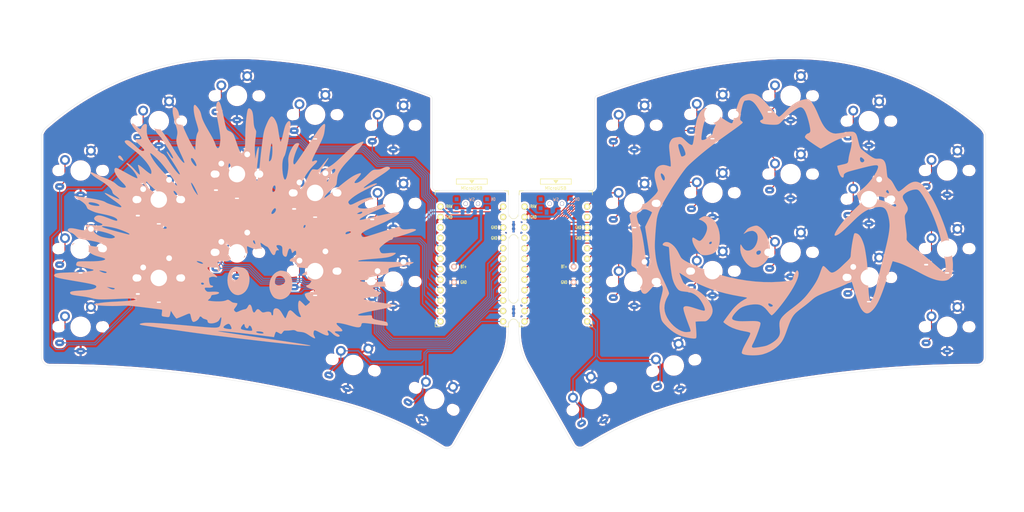
<source format=kicad_pcb>
(kicad_pcb (version 20211014) (generator pcbnew)
  (layers (0 "F.Cu" signal) (31 "B.Cu" signal) (34 "B.Paste" user) (35 "F.Paste" user) (36 "B.SilkS" user "B.Silkscreen") (37 "F.SilkS" user "F.Silkscreen") (38 "B.Mask" user) (39 "F.Mask" user) (44 "Edge.Cuts" user))
  (net 0 "")
  (net 1 "gnd")
  (net 2 "vcc")
  (net 3 "Switch18")
  (net 4 "reset")
  (net 5 "Switch1")
  (net 6 "Switch2")
  (net 7 "Switch3")
  (net 8 "Switch4")
  (net 9 "Switch5")
  (net 10 "Switch6")
  (net 11 "Switch7")
  (net 12 "Switch8")
  (net 13 "Switch9")
  (net 14 "Switch10")
  (net 15 "Switch11")
  (net 16 "Switch12")
  (net 17 "Switch13")
  (net 18 "Switch14")
  (net 19 "Switch15")
  (net 20 "Switch16")
  (net 21 "Switch17")
  (net 22 "raw")
  (net 23 "Switch18_r")
  (net 24 "reset_r")
  (net 25 "Switch9_r")
  (net 26 "Switch10_r")
  (net 27 "Switch11_r")
  (net 28 "Switch12_r")
  (net 29 "Switch13_r")
  (net 30 "Switch14_r")
  (net 31 "Switch15_r")
  (net 32 "Switch16_r")
  (net 33 "Switch17_r")
  (net 34 "Switch1_r")
  (net 35 "Switch2_r")
  (net 36 "Switch3_r")
  (net 37 "Switch4_r")
  (net 38 "Switch5_r")
  (net 39 "Switch6_r")
  (net 40 "Switch7_r")
  (net 41 "Switch8_r")
  (net 42 "BT+")
  (footprint "Kailh:keyswitch_cherrymx_alps_choc12_1u" (layer "F.Cu") (at 45 77)
    (fp_text reference "SW2" hide)
    (fp_text value "SW_Push" hide)
  )
  (footprint "Kailh:keyswitch_cherrymx_alps_choc12_1u" (layer "F.Cu") (at 64 65)
    (fp_text reference "SW3" hide)
    (fp_text value "SW_Push" hide)
  )
  (footprint "Kailh:keyswitch_cherrymx_alps_choc12_1u" (layer "F.Cu") (at 83 58.86)
    (fp_text reference "SW4" hide)
    (fp_text value "SW_Push" hide)
  )
  (footprint "Kailh:keyswitch_cherrymx_alps_choc12_1u" (layer "F.Cu") (at 101.994 63.432)
    (fp_text reference "SW5" hide)
    (fp_text value "SW_Push" hide)
  )
  (footprint "Kailh:keyswitch_cherrymx_alps_choc12_1u" (layer "F.Cu") (at 121 66)
    (fp_text reference "SW6" hide)
    (fp_text value "SW_Push" hide)
  )
  (footprint "Kailh:keyswitch_cherrymx_alps_choc12_1u" (layer "F.Cu") (at 45 96)
    (fp_text reference "SW8" hide)
    (fp_text value "SW_Push" hide)
  )
  (footprint "Kailh:keyswitch_cherrymx_alps_choc12_1u" (layer "F.Cu") (at 64 84.074)
    (fp_text reference "SW9" hide)
    (fp_text value "SW_Push" hide)
  )
  (footprint "Kailh:keyswitch_cherrymx_alps_choc12_1u" (layer "F.Cu") (at 83 77.878)
    (fp_text reference "SW10" hide)
    (fp_text value "SW_Push" hide)
  )
  (footprint "Kailh:keyswitch_cherrymx_alps_choc12_1u" (layer "F.Cu") (at 102 82.45)
    (fp_text reference "SW11" hide)
    (fp_text value "SW_Push" hide)
  )
  (footprint "Kailh:keyswitch_cherrymx_alps_choc12_1u" (layer "F.Cu") (at 120.98 84.99)
    (fp_text reference "SW12" hide)
    (fp_text value "SW_Push" hide)
  )
  (footprint "Kailh:keyswitch_cherrymx_alps_choc12_1u" (layer "F.Cu") (at 45 115)
    (fp_text reference "SW14" hide)
    (fp_text value "SW_Push" hide)
  )
  (footprint "Kailh:keyswitch_cherrymx_alps_choc12_1u" (layer "F.Cu") (at 64.008 103.124)
    (fp_text reference "SW15" hide)
    (fp_text value "SW_Push" hide)
  )
  (footprint "Kailh:keyswitch_cherrymx_alps_choc12_1u" (layer "F.Cu") (at 83 96.896)
    (fp_text reference "SW16" hide)
    (fp_text value "SW_Push" hide)
  )
  (footprint "Kailh:keyswitch_cherrymx_alps_choc12_1u" (layer "F.Cu") (at 102 101.468)
    (fp_text reference "SW17" hide)
    (fp_text value "SW_Push" hide)
  )
  (footprint "Kailh:keyswitch_cherrymx_alps_choc12_1u" (layer "F.Cu") (at 130.95 132.504 -30)
    (fp_text reference "SW20" hide)
    (fp_text value "SW_Push" hide)
  )
  (footprint "Kailh:keyswitch_cherrymx_alps_choc12_1u" (layer "F.Cu") (at 111.272 124.288 -15)
    (fp_text reference "SW21" hide)
    (fp_text value "SW_Push" hide)
  )
  (footprint "Kailh:keyswitch_cherrymx_alps_choc12_1u" (layer "F.Cu") (at 120.98 104.008)
    (fp_text reference "SW18" hide)
    (fp_text value "SW_Push" hide)
  )
  (footprint "kbd:ProMicro_v3_min" (layer "F.Cu") (at 140.094 100.246)
    (fp_text reference "U1" hide)
    (fp_text value "ProMicro-kbd" hide)
  )
  (footprint "Kailh:keyswitch_cherrymx_alps_choc12_1u" (layer "F.Cu") (at 198.58584 82.418)
    (fp_text reference "SW11_r1" hide)
    (fp_text value "SW_Push" hide)
  )
  (footprint "Kailh:keyswitch_cherrymx_alps_choc12_1u" (layer "F.Cu") (at 255.63184 115)
    (fp_text reference "SW13_r1" hide)
    (fp_text value "SW_Push" hide)
  )
  (footprint "Kailh:keyswitch_cherrymx_alps_choc12_1u" (layer "F.Cu") (at 217.58784 96.896)
    (fp_text reference "SW15_r1" hide)
    (fp_text value "SW_Push" hide)
  )
  (footprint "Kailh:keyswitch_cherrymx_alps_choc12_1u" (layer "F.Cu") (at 198.58584 101.468)
    (fp_text reference "SW16_r1" hide)
    (fp_text value "SW_Push" hide)
  )
  (footprint "Kailh:keyswitch_cherrymx_alps_choc12_1u" (layer "F.Cu") (at 198.58584 63.368)
    (fp_text reference "SW5_r1" hide)
    (fp_text value "SW_Push" hide)
  )
  (footprint "Kailh:keyswitch_cherrymx_alps_choc12_1u" (layer "F.Cu") (at 236.61384 65)
    (fp_text reference "SW3_r1" hide)
    (fp_text value "SW_Push" hide)
  )
  (footprint "Kailh:keyswitch_cherrymx_alps_choc12_1u" (layer "F.Cu") (at 217.58784 58.86)
    (fp_text reference "SW4_r1" hide)
    (fp_text value "SW_Push" hide)
  )
  (footprint "Kailh:keyswitch_cherrymx_alps_choc12_1u" (layer "F.Cu") (at 236.61384 83.974)
    (fp_text reference "SW8_r1" hide)
    (fp_text value "SW_Push" hide)
  )
  (footprint "Kailh:keyswitch_cherrymx_alps_choc12_1u" (layer "F.Cu") (at 217.58784 77.878)
    (fp_text reference "SW9_r1" hide)
    (fp_text value "SW_Push" hide)
  )
  (footprint "Kailh:keyswitch_cherrymx_alps_choc12_1u" (layer "F.Cu") (at 236.61384 102.992)
    (fp_text reference "SW18_r1" hide)
    (fp_text value "SW_Push" hide)
  )
  (footprint "Kailh:keyswitch_cherrymx_alps_choc12_1u" (layer "F.Cu") (at 179.58584 84.99)
    (fp_text reference "SW12_r1" hide)
    (fp_text value "SW_Push" hide)
  )
  (footprint "Kailh:keyswitch_cherrymx_alps_choc12_1u" (layer "F.Cu") (at 255.63184 96)
    (fp_text reference "SW7_r1" hide)
    (fp_text value "SW_Push" hide)
  )
  (footprint "Kailh:keyswitch_cherrymx_alps_choc12_1u" (layer "F.Cu") (at 255.63184 77)
    (fp_text reference "SW2_r1" hide)
    (fp_text value "SW_Push" hide)
  )
  (footprint "Kailh:keyswitch_cherrymx_alps_choc12_1u" (layer "F.Cu") (at 179.58584 66)
    (fp_text reference "SW6_r1" hide)
    (fp_text value "SW_Push" hide)
  )
  (footprint "Kailh:keyswitch_cherrymx_alps_choc12_1u" (layer "F.Cu") (at 169.251 132.542 30)
    (fp_text reference "SW20_r1" hide)
    (fp_text value "SW_Push" hide)
  )
  (footprint "Kailh:keyswitch_cherrymx_alps_choc12_1u" (layer "F.Cu") (at 179.58584 104.008)
    (fp_text reference "SW17_r1" hide)
    (fp_text value "SW_Push" hide)
  )
  (footprint "Kailh:keyswitch_cherrymx_alps_choc12_1u" (layer "F.Cu") (at 189.17984 124.41 15)
    (fp_text reference "SW21_r1" hide)
    (fp_text value "SW_Push" hide)
  )
  (footprint "kbd:ProMicro_v3_min" (layer "F.Cu") (at 160.51784 100.246)
    (fp_text reference "U2" hide)
    (fp_text value "ProMicro-kbd" hide)
  )
  (footprint "Duckyb-Parts:mouse-bite-5mm-slot-with-space-for-track" (layer "F.Cu") (at 150.241 90.678)
    (fp_text reference "mouse-bite-5mm-slot" hide)
    (fp_text value "VAL**" hide)
  )
  (footprint "Duckyb-Parts:mouse-bite-5mm-slot-with-space-for-track" (layer "F.Cu") (at 150.241 111.1885)
    (fp_text reference "mouse-bite-5mm-slot" hide)
    (fp_text value "VAL**" hide)
  )
  (footprint "kbd:1pin_conn" (layer "F.Cu") (at 135.79 100.376)
    (fp_text reference " " hide)
    (fp_text value "Val**" hide)
  )
  (footprint "kbd:1pin_conn" (layer "F.Cu") (at 164.84 104.18)
    (fp_text reference " ")
    (fp_text value "Val**" hide)
  )
  (footprint "kbd:1pin_conn" (layer "F.Cu") (at 164.84 100.376)
    (fp_text reference " ")
    (fp_text value "Val**" hide)
  )
  (footprint "kbd:1pin_conn" (layer "F.Cu") (at 135.79 104.18)
    (fp_text reference " ")
    (fp_text value "Val**" hide)
  )
  (footprint "silkscreens:unsafe_rust" (layer "B.Cu") (at 85.12 91.95 172)
    (fp_text reference "G***" hide)
    (fp_text value "LOGO" hide)
  )
  (footprint "Kailh:SPDT_C128955" (layer "B.Cu") (at 140.094 85.0725 180)
    (fp_text reference "SW")
    (fp_text value "SW_SPDT")
  )
  (footprint "silkscreens:safe_rust" (layer "B.Cu") (at 214.327152 84.867888 -171)
    (fp_text reference "G***" hide)
    (fp_text value "LOGO" hide)
  )
  (footprint "Kailh:SPDT_C128955" (layer "B.Cu") (at 160.51784 85.0725 180)
    (fp_text reference "SW")
    (fp_text value "SW_SPDT")
  )
  (gr_arc (start 148.162 81.866) (mid 148.69233 82.08567) (end 148.912 82.616) (layer "Edge.Cuts") (width 0.05))
  (gr_line (start 148.912 93.218) (end 148.912 101.262) (layer "Edge.Cuts") (width 0.05))
  (gr_line (start 131.458 81.868917) (end 148.162 81.866) (layer "Edge.Cuts") (width 0.05))
  (gr_line (start 147.161679 123.613657) (end 135.71 143.699265) (layer "Edge.Cuts") (width 0.05))
  (gr_arc (start 148.924 116.248) (mid 148.462831 120.031316) (end 147.161679 123.613657) (layer "Edge.Cuts") (width 0.05))
  (gr_line (start 148.912 82.616) (end 148.924 88.11) (layer "Edge.Cuts") (width 0.05))
  (gr_line (start 149.2885 88.11) (end 148.924 88.11) (layer "Edge.Cuts") (width 0.05))
  (gr_line (start 149.2885 93.218) (end 148.912 93.218) (layer "Edge.Cuts") (width 0.05))
  (gr_line (start 149.2885 108.628) (end 148.924 108.628) (layer "Edge.Cuts") (width 0.05))
  (gr_line (start 149.2885 113.7285) (end 148.912 113.7285) (layer "Edge.Cuts") (width 0.05))
  (gr_line (start 148.912 101.262) (end 148.924 108.628) (layer "Edge.Cuts") (width 0.05))
  (gr_line (start 148.912 113.7285) (end 148.924 116.248) (layer "Edge.Cuts") (width 0.05))
  (gr_arc (start 131.458 81.868917) (mid 130.750893 81.576024) (end 130.458 80.868917) (layer "Edge.Cuts") (width 0.05))
  (gr_line (start 130.458 80.868917) (end 130.463 59.473) (layer "Edge.Cuts") (width 0.05))
  (gr_arc (start 35.465859 68.23732) (mid 36.022742 67.119147) (end 36.893 66.223) (layer "Edge.Cuts") (width 0.05))
  (gr_arc (start 85.843227 49.463504) (mid 108.303644 52.385453) (end 130.028245 58.79247) (layer "Edge.Cuts") (width 0.05))
  (gr_line (start 37.768 124.474571) (end 37.493002 124.473917) (layer "Edge.Cuts") (width 0.05))
  (gr_arc (start 107.797707 133.384137) (mid 120.821222 137.841207) (end 132.978 144.298) (layer "Edge.Cuts") (width 0.05))
  (gr_arc (start 37.768 124.474571) (mid 73.062993 126.727903) (end 107.798171 133.38233) (layer "Edge.Cuts") (width 0.05))
  (gr_arc (start 37.493002 124.473917) (mid 36.080534 123.924716) (end 35.458001 122.542999) (layer "Edge.Cuts") (width 0.05))
  (gr_arc (start 135.71 143.699265) (mid 134.468995 144.56898) (end 132.978 144.298) (layer "Edge.Cuts") (width 0.05))
  (gr_arc (start 130.028245 58.79247) (mid 130.345034 59.069226) (end 130.463 59.473) (layer "Edge.Cuts") (width 0.05))
  (gr_line (start 35.465859 68.23732) (end 35.458001 122.542999) (layer "Edge.Cuts") (width 0.05))
  (gr_line (start 85.843124 49.465561) (end 81.868 49.468) (layer "Edge.Cuts") (width 0.05))
  (gr_arc (start 36.894611 66.224861) (mid 57.871135 53.793316) (end 81.868 49.468) (layer "Edge.Cuts") (width 0.05))
  (gr_line (start 168.99984 81.868917) (end 152.29584 81.866) (layer "Edge.Cuts") (width 0.05))
  (gr_line (start 151.54584 113.7285) (end 151.53384 116.248) (layer "Edge.Cuts") (width 0.05))
  (gr_line (start 153.280536 123.57215) (end 164.74784 143.699265) (layer "Edge.Cuts") (width 0.05))
  (gr_line (start 264.991981 68.23732) (end 264.999839 122.542999) (layer "Edge.Cuts") (width 0.05))
  (gr_line (start 214.614716 49.465561) (end 218.58984 49.468) (layer "Edge.Cuts") (width 0.05))
  (gr_line (start 151.54584 101.262) (end 151.53384 108.628) (layer "Edge.Cuts") (width 0.05))
  (gr_arc (start 151.54584 82.616) (mid 151.76551 82.08567) (end 152.29584 81.866) (layer "Edge.Cuts") (width 0.05))
  (gr_line (start 151.54584 93.218) (end 151.54584 101.262) (layer "Edge.Cuts") (width 0.05))
  (gr_arc (start 167.47984 144.298) (mid 179.636618 137.841207) (end 192.660133 133.384137) (layer "Edge.Cuts") (width 0.05))
  (gr_arc (start 218.58984 49.468) (mid 242.586705 53.793316) (end 263.563229 66.224861) (layer "Edge.Cuts") (width 0.05))
  (gr_arc (start 192.659669 133.38233) (mid 227.394847 126.727903) (end 262.68984 124.474571) (layer "Edge.Cuts") (width 0.05))
  (gr_arc (start 167.47984 144.298) (mid 165.988845 144.56898) (end 164.74784 143.699265) (layer "Edge.Cuts") (width 0.05))
  (gr_arc (start 153.280536 123.57215) (mid 151.990927 120.009347) (end 151.53384 116.248) (layer "Edge.Cuts") (width 0.05))
  (gr_line (start 151.54584 82.616) (end 151.53384 88.11) (layer "Edge.Cuts") (width 0.05))
  (gr_arc (start 169.99984 80.868917) (mid 169.706947 81.576024) (end 168.99984 81.868917) (layer "Edge.Cuts") (width 0.05))
  (gr_line (start 169.99984 80.868917) (end 169.99484 59.473) (layer "Edge.Cuts") (width 0.05))
  (gr_arc (start 263.56484 66.223) (mid 264.435099 67.119147) (end 264.991981 68.23732) (layer "Edge.Cuts") (width 0.05))
  (gr_arc (start 170.429595 58.79247) (mid 192.154196 52.385453) (end 214.614613 49.463504) (layer "Edge.Cuts") (width 0.05))
  (gr_line (start 262.68984 124.474571) (end 262.964838 124.473917) (layer "Edge.Cuts") (width 0.05))
  (gr_arc (start 264.999839 122.542999) (mid 264.377307 123.924716) (end 262.964838 124.473917) (layer "Edge.Cuts") (width 0.05))
  (gr_arc (start 169.99484 59.473) (mid 170.112806 59.069226) (end 170.429595 58.79247) (layer "Edge.Cuts") (width 0.05))
  (gr_line (start 151.53384 88.11) (end 151.1935 88.11) (layer "Edge.Cuts") (width 0.05))
  (gr_arc (start 151.193499 108.628) (mid 150.241 109.285937) (end 149.288501 108.627999) (layer "Edge.Cuts") (width 0.05))
  (gr_line (start 151.54584 113.7285) (end 151.1935 113.7285) (layer "Edge.Cuts") (width 0.05))
  (gr_line (start 151.54584 93.218) (end 151.1935 93.218) (layer "Edge.Cuts") (width 0.05))
  (gr_arc (start 149.288501 113.7285) (mid 150.241 113.083627) (end 151.193499 113.728501) (layer "Edge.Cuts") (width 0.05))
  (gr_arc (start 149.288501 93.218) (mid 150.241 92.573127) (end 151.193499 93.218001) (layer "Edge.Cuts") (width 0.05))
  (gr_arc (start 151.193499 88.11) (mid 150.241 88.772807) (end 149.288501 88.109999) (layer "Edge.Cuts") (width 0.05))
  (gr_line (start 151.53384 108.628) (end 151.1935 108.628) (layer "Edge.Cuts") (width 0.05))
  (gr_text "ON" (at 165.75 84) (layer "B.SilkS") (effects (font (size 0.75 0.5) (thickness 0.125)) (justify mirror)))
  (gr_text "ON" (at 145.3 84) (layer "B.SilkS") (effects (font (size 0.75 0.5) (thickness 0.125)) (justify mirror)))
  (gr_text "GND" (at 162.53 104.18) (layer "F.SilkS") (effects (font (size 0.75 0.5) (thickness 0.125))))
  (gr_text "BT+" (at 138.1 100.376) (layer "F.SilkS") (effects (font (size 0.75 0.5) (thickness 0.125))))
  (gr_text "GND" (at 138.1 104.18) (layer "F.SilkS") (effects (font (size 0.75 0.5) (thickness 0.125))))
  (gr_text "BT+" (at 162.53 100.376) (layer "F.SilkS") (effects (font (size 0.75 0.5) (thickness 0.125))))
  (segment (start 41.2 74.45) (end 41.2 79.6) (width 0.25) (layer "F.Cu") (net 5))
  (segment (start 41.2 79.6) (end 39.9 80.9) (width 0.25) (layer "F.Cu") (net 5))
  (segment (start 38.01 93.323604) (end 39.9 91.433604) (width 0.25) (layer "B.Cu") (net 5))
  (segment (start 58.30299 108.53) (end 57.93299 108.9) (width 0.25) (layer "B.Cu") (net 5))
  (segment (start 88.813602 104.59) (end 85.469602 101.246) (width 0.25) (layer "B.Cu") (net 5))
  (segment (start 116.15 109.1) (end 115.03 109.1) (width 0.25) (layer "B.Cu") (net 5))
  (segment (start 59.72 108.53) (end 58.30299 108.53) (width 0.25) (layer "B.Cu") (net 5))
  (segment (start 57.59 109.24) (end 57.59 110.359398) (width 0.25) (layer "B.Cu") (net 5))
  (segment (start 116.40501 116.533406) (end 116.40501 109.35501) (width 0.25) (layer "B.Cu") (net 5))
  (segment (start 38.01 119.49) (end 38.01 93.323604) (width 0.25) (layer "B.Cu") (net 5))
  (segment (start 39.03 120.51) (end 38.01 119.49) (width 0.25) (layer "B.Cu") (net 5))
  (segment (start 71.342792 105.59) (end 68.732792 105.59) (width 0.25) (layer "B.Cu") (net 5))
  (segment (start 66.848792 107.474) (end 60.776 107.474) (width 0.25) (layer "B.Cu") (net 5))
  (segment (start 98.588 106.56) (end 95.86 106.56) (width 0.25) (layer "B.Cu") (net 5))
  (segment (start 115.03 109.1) (end 111.748 105.818) (width 0.25) (layer "B.Cu") (net 5))
  (segment (start 147.7054 108.628) (end 146.144792 108.628) (width 0.25) (layer "B.Cu") (net 5))
  (segment (start 119.955604 120.084) (end 116.40501 116.533406) (width 0.25) (layer "B.Cu") (net 5))
  (segment (start 41.94 119.35) (end 40.78 120.51) (width 0.25) (layer "B.Cu") (net 5))
  (segment (start 146.144792 108.628) (end 134.688792 120.084) (width 0.25) (layer "B.Cu") (net 5))
  (segment (start 116.40501 109.35501) (end 116.15 109.1) (width 0.25) (layer "B.Cu") (net 5))
  (segment (start 79.14501 101.99) (end 74.942792 101.99) (width 0.25) (layer "B.Cu") (net 5))
  (segment (start 134.688792 120.084) (end 119.955604 120.084) (width 0.25) (layer "B.Cu") (net 5))
  (segment (start 57.59 110.359398) (end 48.599398 119.35) (width 0.25) (layer "B.Cu") (net 5))
  (segment (start 48.599398 119.35) (end 41.94 119.35) (width 0.25) (layer "B.Cu") (net 5))
  (segment (start 79.88901 101.246) (end 79.14501 101.99) (width 0.25) (layer "B.Cu") (net 5))
  (segment (start 57.93299 108.9) (end 57.93 108.9) (width 0.25) (layer "B.Cu") (net 5))
  (segment (start 57.93 108.9) (end 57.59 109.24) (width 0.25) (layer "B.Cu") (net 5))
  (segment (start 93.89 104.59) (end 88.813602 104.59) (width 0.25) (layer "B.Cu") (net 5))
  (segment (start 99.33 105.818) (end 98.588 106.56) (width 0.25) (layer "B.Cu") (net 5))
  (segment (start 40.78 120.51) (end 39.03 120.51) (width 0.25) (layer "B.Cu") (net 5))
  (segment (start 95.86 106.56) (end 93.89 104.59) (width 0.25) (layer "B.Cu") (net 5))
  (segment (start 85.469602 101.246) (end 79.88901 101.246) (width 0.25) (layer "B.Cu") (net 5))
  (segment (start 68.732792 105.59) (end 66.848792 107.474) (width 0.25) (layer "B.Cu") (net 5))
  (segment (start 74.942792 101.99) (end 71.342792 105.59) (width 0.25) (layer "B.Cu") (net 5))
  (segment (start 111.748 105.818) (end 99.33 105.818) (width 0.25) (layer "B.Cu") (net 5))
  (segment (start 39.9 91.433604) (end 39.9 80.9) (width 0.25) (layer "B.Cu") (net 5))
  (segment (start 60.776 107.474) (end 59.72 108.53) (width 0.25) (layer "B.Cu") (net 5))
  (segment (start 60.2 62.45) (end 60.2 67.6) (width 0.25) (layer "F.Cu") (net 6))
  (segment (start 60.2 67.6) (end 58.9 68.9) (width 0.25) (layer "F.Cu") (net 6))
  (segment (start 66.912406 70.04601) (end 98.335218 70.04601) (width 0.25) (layer "B.Cu") (net 6))
  (segment (start 129.92 84.615188) (end 129.92 100.9826) (width 0.25) (layer "B.Cu") (net 6))
  (segment (start 100.309236 72.020028) (end 113.673192 72.020028) (width 0.25) (layer "B.Cu") (net 6))
  (segment (start 98.335218 70.04601) (end 100.309236 72.020028) (width 0.25) (layer "B.Cu") (net 6))
  (segment (start 129.92 100.9826) (end 132.4854 103.548) (width 0.25) (layer "B.Cu") (net 6))
  (segment (start 113.6732 72.02002) (end 117.171208 75.518028) (width 0.25) (layer "B.Cu") (net 6))
  (segment (start 58.9 68.9) (end 65.766396 68.9) (width 0.25) (layer "B.Cu") (net 6))
  (segment (start 65.766396 68.9) (end 66.912406 70.04601) (width 0.25) (layer "B.Cu") (net 6))
  (segment (start 113.673192 72.020028) (end 113.6732 72.02002) (width 0.25) (layer "B.Cu") (net 6))
  (segment (start 125.424799 75.518029) (end 128.428972 78.522202) (width 0.25) (layer "B.Cu") (net 6))
  (segment (start 128.428972 78.522202) (end 128.428973 83.124161) (width 0.25) (layer "B.Cu") (net 6))
  (segment (start 117.171208 75.518028) (end 125.424799 75.518029) (width 0.25) (layer "B.Cu") (net 6))
  (segment (start 128.428973 83.124161) (end 129.92 84.615188) (width 0.25) (layer "B.Cu") (net 6))
  (segment (start 79.2 56.31) (end 79.2 61.46) (width 0.25) (layer "F.Cu") (net 7))
  (segment (start 79.2 61.46) (end 77.9 62.76) (width 0.25) (layer "F.Cu") (net 7))
  (segment (start 98.521604 69.596) (end 100.495614 71.57001) (width 0.25) (layer "B.Cu") (net 7))
  (segment (start 100.495614 71.57001) (end 113.8596 71.57001) (width 0.25) (layer "B.Cu") (net 7))
  (segment (start 77.9 62.76) (end 84.736 69.596) (width 0.25) (layer "B.Cu") (net 7))
  (segment (start 125.6112 75.06802) (end 128.878982 78.335802) (width 0.25) (layer "B.Cu") (net 7))
  (segment (start 128.878982 78.335802) (end 128.878982 82.937774) (width 0.25) (layer "B.Cu") (net 7))
  (segment (start 128.878982 82.937774) (end 130.37 84.428792) (width 0.25) (layer "B.Cu") (net 7))
  (segment (start 130.37 98.8926) (end 132.4854 101.008) (width 0.25) (layer "B.Cu") (net 7))
  (segment (start 130.37 84.428792) (end 130.37 98.8926) (width 0.25) (layer "B.Cu") (net 7))
  (segment (start 113.8596 71.57001) (end 117.357609 75.068019) (width 0.25) (layer "B.Cu") (net 7))
  (segment (start 117.357609 75.068019) (end 125.6112 75.06802) (width 0.25) (layer "B.Cu") (net 7))
  (segment (start 84.736 69.596) (end 98.521604 69.596) (width 0.25) (layer "B.Cu") (net 7))
  (segment (start 98.194 60.882) (end 98.194 66.032) (width 0.25) (layer "F.Cu") (net 8))
  (segment (start 98.194 66.032) (end 96.894 67.332) (width 0.25) (layer "F.Cu") (net 8))
  (segment (start 129.328991 78.149401) (end 129.328991 82.751387) (width 0.25) (layer "B.Cu") (net 8))
  (segment (start 129.328991 82.751387) (end 130.82 84.242396) (width 0.25) (layer "B.Cu") (net 8))
  (segment (start 114.046 71.12) (end 117.54401 74.61801) (width 0.25) (layer "B.Cu") (net 8))
  (segment (start 130.82 84.242396) (end 130.82 96.8026) (width 0.25) (layer "B.Cu") (net 8))
  (segment (start 96.894 67.332) (end 100.682 71.12) (width 0.25) (layer "B.Cu") (net 8))
  (segment (start 117.54401 74.61801) (end 125.7976 74.61801) (width 0.25) (layer "B.Cu") (net 8))
  (segment (start 100.682 71.12) (end 114.046 71.12) (width 0.25) (layer "B.Cu") (net 8))
  (segment (start 130.82 96.8026) (end 132.4854 98.468) (width 0.25) (layer "B.Cu") (net 8))
  (segment (start 125.7976 74.61801) (end 129.328991 78.149401) (width 0.25) (layer "B.Cu") (net 8))
  (segment (start 117.2 68.6) (end 115.9 69.9) (width 0.25) (layer "F.Cu") (net 9))
  (segment (start 117.2 63.45) (end 117.2 68.6) (width 0.25) (layer "F.Cu") (net 9))
  (segment (start 115.9 69.9) (end 115.9 72.337604) (width 0.25) (layer "B.Cu") (net 9))
  (segment (start 119.118 74.168) (end 125.984 74.168) (width 0.25) (layer "B.Cu") (net 9))
  (segment (start 115.9 72.337604) (end 117.730406 74.16801) (width 0.25) (layer "B.Cu") (net 9))
  (segment (start 131.27 84.056) (end 131.27 94.7126) (width 0.25) (layer "B.Cu") (net 9))
  (segment (start 129.794 82.58) (end 131.27 84.056) (width 0.25) (layer "B.Cu") (net 9))
  (segment (start 117.730406 74.16801) (end 119.11799 74.16801) (width 0.25) (layer "B.Cu") (net 9))
  (segment (start 129.794 77.978) (end 129.794 82.58) (width 0.25) (layer "B.Cu") (net 9))
  (segment (start 131.27 94.7126) (end 132.4854 95.928) (width 0.25) (layer "B.Cu") (net 9))
  (segment (start 125.984 74.168) (end 129.794 77.978) (width 0.25) (layer "B.Cu") (net 9))
  (segment (start 119.11799 74.16801) (end 119.118 74.168) (width 0.25) (layer "B.Cu") (net 9))
  (segment (start 41.2 93.45) (end 41.2 98.6) (width 0.25) (layer "F.Cu") (net 10))
  (segment (start 41.2 98.6) (end 39.9 99.9) (width 0.25) (layer "F.Cu") (net 10))
  (segment (start 113.486812 72.470028) (end 116.984812 75.968028) (width 0.25) (layer "B.Cu") (net 10))
  (segment (start 129.47 103.0726) (end 132.4854 106.088) (width 0.25) (layer "B.Cu") (net 10))
  (segment (start 98.148822 70.49601) (end 100.12284 72.470028) (width 0.25) (layer "B.Cu") (net 10))
  (segment (start 125.238402 75.968028) (end 127.978972 78.708598) (width 0.25) (layer "B.Cu") (net 10))
  (segment (start 41.92 81.48) (end 50.12 81.48) (width 0.25) (layer "B.Cu") (net 10))
  (segment (start 41.2 93.45) (end 40.35 92.6) (width 0.25) (layer "B.Cu") (net 10))
  (segment (start 66.72601 70.49601) (end 98.148822 70.49601) (width 0.25) (layer "B.Cu") (net 10))
  (segment (start 40.35 83.05) (end 41.92 81.48) (width 0.25) (layer "B.Cu") (net 10))
  (segment (start 62.25 69.35) (end 65.58 69.35) (width 0.25) (layer "B.Cu") (net 10))
  (segment (start 116.984812 75.968028) (end 125.238402 75.968028) (width 0.25) (layer "B.Cu") (net 10))
  (segment (start 127.978972 78.708598) (end 127.978973 83.310557) (width 0.25) (layer "B.Cu") (net 10))
  (segment (start 50.12 81.48) (end 62.25 69.35) (width 0.25) (layer "B.Cu") (net 10))
  (segment (start 129.47 84.801584) (end 129.47 103.0726) (width 0.25) (layer "B.Cu") (net 10))
  (segment (start 40.35 92.6) (end 40.35 83.05) (width 0.25) (layer "B.Cu") (net 10))
  (segment (start 127.978973 83.310557) (end 129.47 84.801584) (width 0.25) (layer "B.Cu") (net 10))
  (segment (start 100.12284 72.470028) (end 113.486812 72.470028) (width 0.25) (layer "B.Cu") (net 10))
  (segment (start 65.58 69.35) (end 66.72601 70.49601) (width 0.25) (layer "B.Cu") (net 10))
  (segment (start 60.2 81.524) (end 60.2 86.674) (width 0.25) (layer "F.Cu") (net 11))
  (segment (start 60.2 86.674) (end 58.9 87.974) (width 0.25) (layer "F.Cu") (net 11))
  (segment (start 90.979986 81.328) (end 94.125993 84.474007) (width 0.25) (layer "B.Cu") (net 11))
  (segment (start 99.304386 85.96799) (end 101.17797 85.96799) (width 0.25) (layer "B.Cu") (net 11))
  (segment (start 79.878 81.328) (end 90.979986 81.328) (width 0.25) (layer "B.Cu") (net 11))
  (segment (start 129.02 105.1626) (end 132.4854 108.628) (width 0.25) (layer "B.Cu") (net 11))
  (segment (start 69.216 87.974) (end 76.93 80.26) (width 0.25) (layer "B.Cu") (net 11))
  (segment (start 106.5448 85.96798) (end 114.03341 93.45659) (width 0.25) (layer "B.Cu") (net 11))
  (segment (start 101.17797 85.96799) (end 101.17798 85.96798) (width 0.25) (layer "B.Cu") (net 11))
  (segment (start 97.810403 84.474007) (end 99.304386 85.96799) (width 0.25) (layer "B.Cu") (net 11))
  (segment (start 94.125993 84.474007) (end 97.810403 84.474007) (width 0.25) (layer "B.Cu") (net 11))
  (segment (start 114.03341 93.45659) (end 127.544959 93.45659) (width 0.25) (layer "B.Cu") (net 11))
  (segment (start 127.544959 93.45659) (end 129.02 94.931631) (width 0.25) (layer "B.Cu") (net 11))
  (segment (start 78.81 80.26) (end 79.878 81.328) (width 0.25) (layer "B.Cu") (net 11))
  (segment (start 129.02 94.931631) (end 129.02 105.1626) (width 0.25) (layer "B.Cu") (net 11))
  (segment (start 58.9 87.974) (end 69.216 87.974) (width 0.25) (layer "B.Cu") (net 11))
  (segment (start 101.17798 85.96798) (end 106.5448 85.96798) (width 0.25) (layer "B.Cu") (net 11))
  (segment (start 76.93 80.26) (end 78.81 80.26) (width 0.25) (layer "B.Cu") (net 11))
  (segment (start 79.2 80.478) (end 77.9 81.778) (width 0.25) (layer "F.Cu") (net 12))
  (segment (start 79.2 75.328) (end 79.2 80.478) (width 0.25) (layer "F.Cu") (net 12))
  (segment (start 77.9 81.778) (end 90.79359 81.778) (width 0.25) (layer "B.Cu") (net 12))
  (segment (start 127.358563 93.90659) (end 128.57 95.118027) (width 0.25) (layer "B.Cu") (net 12))
  (segment (start 113.847 93.90659) (end 127.358563 93.90659) (width 0.25) (layer "B.Cu") (net 12))
  (segment (start 99.11799 86.41799) (end 106.3584 86.41799) (width 0.25) (layer "B.Cu") (net 12))
  (segment (start 106.3584 86.41799) (end 113.847 93.90659) (width 0.25) (layer "B.Cu") (net 12))
  (segment (start 97.624007 84.924007) (end 99.11799 86.41799) (width 0.25) (layer "B.Cu") (net 12))
  (segment (start 128.57 95.118027) (end 128.57 107.2526) (width 0.25) (layer "B.Cu") (net 12))
  (segment (start 128.57 107.2526) (end 132.4854 111.168) (width 0.25) (layer "B.Cu") (net 12))
  (segment (start 93.939597 84.924007) (end 97.624007 84.924007) (width 0.25) (layer "B.Cu") (net 12))
  (segment (start 90.79359 81.778) (end 93.939597 84.924007) (width 0.25) (layer "B.Cu") (net 12))
  (segment (start 98.2 79.9) (end 98.2 85.05) (width 0.25) (layer "F.Cu") (net 13))
  (segment (start 98.2 85.05) (end 96.9 86.35) (width 0.25) (layer "F.Cu") (net 13))
  (segment (start 97.418 86.868) (end 106.172 86.868) (width 0.25) (layer "B.Cu") (net 13))
  (segment (start 96.9 86.35) (end 97.418 86.868) (width 0.25) (layer "B.Cu") (net 13))
  (segment (start 106.172 86.868) (end 113.66059 94.35659) (width 0.25) (layer "B.Cu") (net 13))
  (segment (start 128.12 95.304423) (end 128.12 109.3426) (width 0.25) (layer "B.Cu") (net 13))
  (segment (start 113.66059 94.35659) (end 127.172167 94.35659) (width 0.25) (layer "B.Cu") (net 13))
  (segment (start 128.12 109.3426) (end 132.4854 113.708) (width 0.25) (layer "B.Cu") (net 13))
  (segment (start 127.172167 94.35659) (end 128.12 95.304423) (width 0.25) (layer "B.Cu") (net 13))
  (segment (start 117.18 82.44) (end 117.18 87.59) (width 0.25) (layer "F.Cu") (net 14))
  (segment (start 117.18 87.59) (end 115.88 88.89) (width 0.25) (layer "F.Cu") (net 14))
  (segment (start 115.88 88.89) (end 128.54 88.89) (width 0.25) (layer "F.Cu") (net 14))
  (segment (start 146.4234 87.05) (end 147.7054 85.768) (width 0.25) (layer "F.Cu") (net 14))
  (segment (start 128.54 88.89) (end 130.38 87.05) (width 0.25) (layer "F.Cu") (net 14))
  (segment (start 130.38 87.05) (end 146.4234 87.05) (width 0.25) (layer "F.Cu") (net 14))
  (segment (start 41.2 117.6) (end 39.9 118.9) (width 0.25) (layer "F.Cu") (net 15))
  (segment (start 41.2 112.45) (end 41.2 117.6) (width 0.25) (layer "F.Cu") (net 15))
  (segment (start 79.188 99) (end 80.08398 99.89598) (width 0.25) (layer "B.Cu") (net 15))
  (segment (start 57.14 110.173002) (end 57.14 106.38) (width 0.25) (layer "B.Cu") (net 15))
  (segment (start 113.908544 105.43296) (end 117.205194 105.43296) (width 0.25) (layer "B.Cu") (net 15))
  (segment (start 143.97 99.6634) (end 147.7054 95.928) (width 0.25) (layer "B.Cu") (net 15))
  (segment (start 89.398392 103.239982) (end 98.924802 103.239982) (width 0.25) (layer "B.Cu") (net 15))
  (segment (start 112.493584 104.018) (end 113.908544 105.43296) (width 0.25) (layer "B.Cu") (net 15))
  (segment (start 120.8876 117.83396) (end 133.756852 117.83396) (width 0.25) (layer "B.Cu") (net 15))
  (segment (start 117.205194 105.43296) (end 118.655038 106.882804) (width 0.25) (layer "B.Cu") (net 15))
  (segment (start 57.98 105.54) (end 59.82 105.54) (width 0.25) (layer "B.Cu") (net 15))
  (segment (start 59.82 105.54) (end 60.85399 106.57399) (width 0.25) (layer "B.Cu") (net 15))
  (segment (start 57.14 106.38) (end 57.98 105.54) (width 0.25) (layer "B.Cu") (net 15))
  (segment (start 133.756852 117.83396) (end 143.97 107.620812) (width 0.25) (layer "B.Cu") (net 15))
  (segment (start 68.36 104.69) (end 70.97 104.69) (width 0.25) (layer "B.Cu") (net 15))
  (segment (start 98.924802 103.239982) (end 99.70282 104.018) (width 0.25) (layer "B.Cu") (net 15))
  (segment (start 70.97 104.69) (end 76.66 99) (width 0.25) (layer "B.Cu") (net 15))
  (segment (start 99.70282 104.018) (end 112.493584 104.018) (width 0.25) (layer "B.Cu") (net 15))
  (segment (start 80.08398 99.89598) (end 86.054391 99.895981) (width 0.25) (layer "B.Cu") (net 15))
  (segment (start 66.47601 106.57399) (end 68.36 104.69) (width 0.25) (layer "B.Cu") (net 15))
  (segment (start 60.85399 106.57399) (end 66.47601 106.57399) (width 0.25) (layer "B.Cu") (net 15))
  (segment (start 48.413002 118.9) (end 57.14 110.173002) (width 0.25) (layer "B.Cu") (net 15))
  (segment (start 86.054391 99.895981) (end 89.398392 103.239982) (width 0.25) (layer "B.Cu") (net 15))
  (segment (start 118.655038 115.601398) (end 120.8876 117.83396) (width 0.25) (layer "B.Cu") (net 15))
  (segment (start 118.655038 106.882804) (end 118.655038 115.601398) (width 0.25) (layer "B.Cu") (net 15))
  (segment (start 76.66 99) (end 79.188 99) (width 0.25) (layer "B.Cu") (net 15))
  (segment (start 143.97 107.620812) (end 143.97 99.6634) (width 0.25) (layer "B.Cu") (net 15))
  (segment (start 39.9 118.9) (end 48.413002 118.9) (width 0.25) (layer "B.Cu") (net 15))
  (segment (start 60.208 100.574) (end 60.208 105.724) (width 0.25) (layer "F.Cu") (net 16))
  (segment (start 60.208 105.724) (end 58.908 107.024) (width 0.25) (layer "F.Cu") (net 16))
  (segment (start 117.018794 105.88297) (end 113.722158 105.88297) (width 0.25) (layer "B.Cu") (net 16))
  (segment (start 112.307188 104.468) (end 99.516396 104.468) (width 0.25) (layer "B.Cu") (net 16))
  (segment (start 99.309205 104.260795) (end 98.738401 103.689991) (width 0.25) (layer "B.Cu") (net 16))
  (segment (start 118.205028 107.069206) (end 117.018794 105.88297) (width 0.25) (layer "B.Cu") (net 16))
  (segment (start 99.516396 104.468) (end 99.309205 104.260809) (width 0.25) (layer "B.Cu") (net 16))
  (segment (start 79.60499 100.13097) (end 79.14501 99.67099) (width 0.25) (layer "B.Cu") (net 16))
  (segment (start 120.7012 118.28397) (end 118.205028 115.787798) (width 0.25) (layer "B.Cu") (net 16))
  (segment (start 144.42 101.7534) (end 144.42 107.807208) (width 0.25) (layer "B.Cu") (net 16))
  (segment (start 130.154602 118.28397) (end 120.7012 118.28397) (width 0.25) (layer "B.Cu") (net 16))
  (segment (start 118.205028 115.787798) (end 118.205028 107.069206) (width 0.25) (layer "B.Cu") (net 16))
  (segment (start 76.846396 99.45) (end 71.156396 105.14) (width 0.25) (layer "B.Cu") (net 16))
  (segment (start 99.309205 104.260809) (end 99.309205 104.260795) (width 0.25) (layer "B.Cu") (net 16))
  (segment (start 147.7054 98.468) (end 144.42 101.7534) (width 0.25) (layer "B.Cu") (net 16))
  (segment (start 78.93 99.45) (end 76.846396 99.45) (width 0.25) (layer "B.Cu") (net 16))
  (segment (start 98.738401 103.689991) (end 89.21199 103.68999) (width 0.25) (layer "B.Cu") (net 16))
  (segment (start 66.662396 107.024) (end 58.908 107.024) (width 0.25) (layer "B.Cu") (net 16))
  (segment (start 85.86799 100.34599) (end 79.81599 100.34599) (width 0.25) (layer "B.Cu") (net 16))
  (segment (start 79.81599 100.34599) (end 79.60499 100.13499) (width 0.25) (layer "B.Cu") (net 16))
  (segment (start 79.14501 99.66501) (end 78.93 99.45) (width 0.25) (layer "B.Cu") (net 16))
  (segment (start 71.156396 105.14) (end 68.546396 105.14) (width 0.25) (layer "B.Cu") (net 16))
  (segment (start 68.546396 105.14) (end 66.662396 107.024) (width 0.25) (layer "B.Cu") (net 16))
  (segment (start 79.14501 99.67099) (end 79.14501 99.66501) (width 0.25) (layer "B.Cu") (net 16))
  (segment (start 133.943228 118.28398) (end 130.17 118.28398) (width 0.25) (layer "B.Cu") (net 16))
  (segment (start 144.42 107.807208) (end 133.943228 118.28398) (width 0.25) (layer "B.Cu") (net 16))
  (segment (start 79.60499 100.13499) (end 79.60499 100.13097) (width 0.25) (layer "B.Cu") (net 16))
  (segment (start 89.21199 103.68999) (end 85.86799 100.34599) (width 0.25) (layer "B.Cu") (net 16))
  (segment (start 113.722158 105.88297) (end 112.307188 104.468) (width 0.25) (layer "B.Cu") (net 16))
  (segment (start 79.2 99.496) (end 77.9 100.796) (width 0.25) (layer "F.Cu") (net 17))
  (segment (start 79.2 94.346) (end 79.2 99.496) (width 0.25) (layer "F.Cu") (net 17))
  (segment (start 120.5148 118.73398) (end 134.129624 118.73398) (width 0.25) (layer "B.Cu") (net 17))
  (segment (start 144.87 107.993604) (end 144.87 103.8434) (width 0.25) (layer "B.Cu") (net 17))
  (segment (start 117.75502 115.9742) (end 120.5148 118.73398) (width 0.25) (layer "B.Cu") (net 17))
  (segment (start 99.33 104.918) (end 112.120792 104.918) (width 0.25) (layer "B.Cu") (net 17))
  (segment (start 116.832394 106.33298) (end 117.755019 107.255605) (width 0.25) (layer "B.Cu") (net 17))
  (segment (start 77.9 100.796) (end 85.655998 100.796) (width 0.25) (layer "B.Cu") (net 17))
  (segment (start 85.655998 100.796) (end 88.999998 104.14) (width 0.25) (layer "B.Cu") (net 17))
  (segment (start 117.755019 107.255605) (end 117.75502 115.9742) (width 0.25) (layer "B.Cu") (net 17))
  (segment (start 113.535772 106.33298) (end 116.832394 106.33298) (width 0.25) (layer "B.Cu") (net 17))
  (segment (start 134.129624 118.73398) (end 144.87 107.993604) (width 0.25) (layer "B.Cu") (net 17))
  (segment (start 98.552 104.14) (end 99.33 104.918) (width 0.25) (layer "B.Cu") (net 17))
  (segment (start 144.87 103.8434) (end 147.7054 101.008) (width 0.25) (layer "B.Cu") (net 17))
  (segment (start 88.999998 104.14) (end 98.552 104.14) (width 0.25) (layer "B.Cu") (net 17))
  (segment (start 112.120792 104.918) (end 113.535772 106.33298) (width 0.25) (layer "B.Cu") (net 17))
  (segment (start 98.2 98.918) (end 98.2 104.068) (width 0.25) (layer "F.Cu") (net 18))
  (segment (start 98.2 104.068) (end 96.9 105.368) (width 0.25) (layer "F.Cu") (net 18))
  (segment (start 145.32 108.18) (end 134.31601 119.18399) (width 0.25) (layer "B.Cu") (net 18))
  (segment (start 147.7054 103.548) (end 145.32 105.9334) (width 0.25) (layer "B.Cu") (net 18))
  (segment (start 111.934396 105.368) (end 96.9 105.368) (width 0.25) (layer "B.Cu") (net 18))
  (segment (start 113.349386 106.78299) (end 111.934396 105.368) (width 0.25) (layer "B.Cu") (net 18))
  (segment (start 134.31601 119.18399) (end 120.3284 119.18399) (width 0.25) (layer "B.Cu") (net 18))
  (segment (start 117.30501 116.1606) (end 117.30501 107.442006) (width 0.25) (layer "B.Cu") (net 18))
  (segment (start 145.32 105.9334) (end 145.32 108.18) (width 0.25) (layer "B.Cu") (net 18))
  (segment (start 116.645994 106.78299) (end 113.349386 106.78299) (width 0.25) (layer "B.Cu") (net 18))
  (segment (start 120.3284 119.18399) (end 117.30501 116.1606) (width 0.25) (layer "B.Cu") (net 18))
  (segment (start 117.30501 107.442006) (end 116.645994 106.78299) (width 0.25) (layer "B.Cu") (net 18))
  (segment (start 117.18 101.458) (end 117.18 106.608) (width 0.25) (layer "F.Cu") (net 19))
  (segment (start 117.18 106.608) (end 115.88 107.908) (width 0.25) (layer "F.Cu") (net 19))
  (segment (start 134.502396 119.634) (end 120.142 119.634) (width 0.25) (layer "B.Cu") (net 19))
  (segment (start 147.7054 106.088) (end 145.773198 108.020202) (width 0.25) (layer "B.Cu") (net 19))
  (segment (start 116.85501 108.88301) (end 115.88 107.908) (width 0.25) (layer "B.Cu") (net 19))
  (segment (start 116.85501 116.34701) (end 116.85501 108.88301) (width 0.25) (layer "B.Cu") (net 19))
  (segment (start 120.142 119.634) (end 116.85501 116.34701) (width 0.25) (layer "B.Cu") (net 19))
  (segment (start 145.773198 108.020202) (end 145.773198 108.363198) (width 0.25) (layer "B.Cu") (net 19))
  (segment (start 145.773198 108.363198) (end 134.502396 119.634) (width 0.25) (layer "B.Cu") (net 19))
  (segment (start 128.484103 123.095897) (end 127.71 123.87) (width 0.25) (layer "B.Cu") (net 20))
  (segment (start 147.7054 111.168) (end 144.241188 111.168) (width 0.25) (layer "B.Cu") (net 20))
  (segment (start 144.241188 111.168) (end 134.875188 120.534) (width 0.25) (layer "B.Cu") (net 20))
  (segment (start 134.875188 120.534) (end 129.286 120.534) (width 0.25) (layer "B.Cu") (net 20))
  (segment (start 127.71 123.87) (end 115.51 123.87) (width 0.25) (layer "B.Cu") (net 20))
  (segment (start 108.26147 123.32853) (end 105.336384 126.253616) (width 0.25) (layer "B.Cu") (net 20))
  (segment (start 129.286 120.534) (end 128.484103 121.335897) (width 0.25) (layer "B.Cu") (net 20))
  (segment (start 115.51 123.87) (end 112.481377 120.841377) (width 0.25) (layer "B.Cu") (net 20))
  (segment (start 108.26147 120.841377) (end 108.26147 123.32853) (width 0.25) (layer "B.Cu") (net 20))
  (segment (start 105.336384 126.253616) (end 105.336384 126.735134) (width 0.25) (layer "B.Cu") (net 20))
  (segment (start 112.481377 120.841377) (end 108.26147 120.841377) (width 0.25) (layer "B.Cu") (net 20))
  (segment (start 128.484103 121.335897) (end 128.484103 123.095897) (width 0.25) (layer "B.Cu") (net 20))
  (segment (start 128.934103 128.395635) (end 128.174999 129.154739) (width 0.25) (layer "B.Cu") (net 21))
  (segment (start 128.174999 129.154739) (end 128.174999 131.049578) (width 0.25) (layer "B.Cu") (net 21))
  (segment (start 125.893078 133.331499) (end 124.58327 133.331499) (width 0.25) (layer "B.Cu") (net 21))
  (segment (start 129.472396 120.984) (end 135.061584 120.984) (width 0.25) (layer "B.Cu") (net 21))
  (segment (start 135.061584 120.984) (end 142.337584 113.708) (width 0.25) (layer "B.Cu") (net 21))
  (segment (start 142.337584 113.708) (end 147.7054 113.708) (width 0.25) (layer "B.Cu") (net 21))
  (segment (start 128.934103 128.395635) (end 128.934103 121.522293) (width 0.25) (layer "B.Cu") (net 21))
  (segment (start 128.934103 121.522293) (end 129.472396 120.984) (width 0.25) (layer "B.Cu") (net 21))
  (segment (start 128.174999 131.049578) (end 125.893078 133.331499) (width 0.25) (layer "B.Cu") (net 21))
  (segment (start 132.4854 85.768) (end 134.9399 88.2225) (width 0.5) (layer "B.Cu") (net 22))
  (segment (start 160.19284 88.2225) (end 161.26784 87.1475) (width 0.5) (layer "B.Cu") (net 22))
  (segment (start 139.769 88.2225) (end 140.844 87.1475) (width 0.5) (layer "B.Cu") (net 22))
  (segment (start 155.36374 88.2225) (end 160.19284 88.2225) (width 0.5) (layer "B.Cu") (net 22))
  (segment (start 134.9399 88.2225) (end 139.769 88.2225) (width 0.5) (layer "B.Cu") (net 22))
  (segment (start 152.90924 85.768) (end 155.36374 88.2225) (width 0.5) (layer "B.Cu") (net 22))
  (segment (start 194.78584 79.868) (end 194.78584 85.018) (width 0.25) (layer "F.Cu") (net 25))
  (segment (start 194.78584 85.018) (end 193.48584 86.318) (width 0.25) (layer "F.Cu") (net 25))
  (segment (start 189.598604 80.444188) (end 189.598604 89.751396) (width 0.25) (layer "F.Cu") (net 25))
  (segment (start 171.13 94.21) (end 169.06 92.14) (width 0.25) (layer "F.Cu") (net 25))
  (segment (start 157.76 108.85724) (end 152.90924 113.708) (width 0.25) (layer "F.Cu") (net 25))
  (segment (start 169.06 92.14) (end 161.152012 92.14) (width 0.25) (layer "F.Cu") (net 25))
  (segment (start 157.76 95.532012) (end 157.76 108.85724) (width 0.25) (layer "F.Cu") (net 25))
  (segment (start 194.78584 79.868) (end 192.542 79.868) (width 0.25) (layer "F.Cu") (net 25))
  (segment (start 192.542 79.868) (end 192.524 79.85) (width 0.25) (layer "F.Cu") (net 25))
  (segment (start 161.152012 92.14) (end 157.76 95.532012) (width 0.25) (layer "F.Cu") (net 25))
  (segment (start 192.524 79.85) (end 190.192792 79.85) (width 0.25) (layer "F.Cu") (net 25))
  (segment (start 185.14 94.21) (end 171.13 94.21) (width 0.25) (layer "F.Cu") (net 25))
  (segment (start 189.598604 89.751396) (end 185.14 94.21) (width 0.25) (layer "F.Cu") (net 25))
  (segment (start 190.192792 79.85) (end 189.598604 80.444188) (width 0.25) (layer "F.Cu") (net 25))
  (segment (start 175.78584 87.59) (end 174.48584 88.89) (width 0.25) (layer "F.Cu") (net 26))
  (segment (start 175.78584 82.44) (end 175.78584 87.59) (width 0.25) (layer "F.Cu") (net 26))
  (segment (start 173.276396 82.44) (end 175.78584 82.44) (width 0.25) (layer "F.Cu") (net 26))
  (segment (start 168.12924 85.768) (end 169.00724 84.89) (width 0.25) (layer "F.Cu") (net 26))
  (segment (start 170.826396 84.89) (end 173.276396 82.44) (width 0.25) (layer "F.Cu") (net 26))
  (segment (start 169.00724 84.89) (end 170.826396 84.89) (width 0.25) (layer "F.Cu") (net 26))
  (segment (start 251.83184 117.6) (end 250.53184 118.9) (width 0.25) (layer "F.Cu") (net 27))
  (segment (start 251.83184 112.45) (end 251.83184 117.6) (width 0.25) (layer "F.Cu") (net 27))
  (segment (start 168.12924 95.928) (end 170.312 95.928) (width 0.25) (layer "F.Cu") (net 27))
  (segment (start 242.410703 96.360092) (end 251.83184 105.781229) (width 0.25) (layer "F.Cu") (net 27))
  (segment (start 188.392792 92.23) (end 205.656396 92.23) (width 0.25) (layer "F.Cu") (net 27))
  (segment (start 185.512792 95.11) (end 188.392792 92.23) (width 0.25) (layer "F.Cu") (net 27))
  (segment (start 226.904226 89.814082) (end 233.450236 96.360092) (width 0.25) (layer "F.Cu") (net 27))
  (segment (start 205.656396 92.23) (end 208.072314 89.814082) (width 0.25) (layer "F.Cu") (net 27))
  (segment (start 233.450236 96.360092) (end 242.410703 96.360092) (width 0.25) (layer "F.Cu") (net 27))
  (segment (start 170.312 95.928) (end 171.13 95.11) (width 0.25) (layer "F.Cu") (net 27))
  (segment (start 208.072314 89.814082) (end 226.904226 89.814082) (width 0.25) (layer "F.Cu") (net 27))
  (segment (start 171.13 95.11) (end 185.512792 95.11) (width 0.25) (layer "F.Cu") (net 27))
  (segment (start 251.83184 105.781229) (end 251.83184 112.45) (width 0.25) (layer "F.Cu") (net 27))
  (segment (start 212.455898 90.264082) (end 208.25871 90.264082) (width 0.25) (layer "F.Cu") (net 28))
  (segment (start 232.81384 100.442) (end 232.81384 96.360092) (width 0.25) (layer "F.Cu") (net 28))
  (segment (start 188.579188 92.68) (end 185.699188 95.56) (width 0.25) (layer "F.Cu") (net 28))
  (segment (start 168.408396 98.468) (end 168.12924 98.468) (width 0.25) (layer "F.Cu") (net 28))
  (segment (start 212.455908 90.264092) (end 212.455898 90.264082) (width 0.25) (layer "F.Cu") (net 28))
  (segment (start 232.81384 105.592) (end 231.51384 106.892) (width 0.25) (layer "F.Cu") (net 28))
  (segment (start 208.25871 90.264082) (end 205.842792 92.68) (width 0.25) (layer "F.Cu") (net 28))
  (segment (start 226.71784 90.264092) (end 212.455908 90.264092) (width 0.25) (layer "F.Cu") (net 28))
  (segment (start 232.81384 100.442) (end 232.81384 105.592) (width 0.25) (layer "F.Cu") (net 28))
  (segment (start 185.699188 95.56) (end 171.316396 95.56) (width 0.25) (layer "F.Cu") (net 28))
  (segment (start 205.842792 92.68) (end 188.579188 92.68) (width 0.25) (layer "F.Cu") (net 28))
  (segment (start 232.81384 96.360092) (end 226.71784 90.264092) (width 0.25) (layer "F.Cu") (net 28))
  (segment (start 171.316396 95.56) (end 168.408396 98.468) (width 0.25) (layer "F.Cu") (net 28))
  (segment (start 213.78784 94.346) (end 213.78784 99.496) (width 0.25) (layer "F.Cu") (net 29))
  (segment (start 213.78784 99.496) (end 212.48784 100.796) (width 0.25) (layer "F.Cu") (net 29))
  (segment (start 210.155922 90.714082) (end 213.78784 94.346) (width 0.25) (layer "F.Cu") (net 29))
  (segment (start 185.885584 96.01) (end 188.765584 93.13) (width 0.25) (layer "F.Cu") (net 29))
  (segment (start 168.12924 101.008) (end 170.09 99.04724) (width 0.25) (layer "F.Cu") (net 29))
  (segment (start 206.029188 93.13) (end 208.445106 90.714082) (width 0.25) (layer "F.Cu") (net 29))
  (segment (start 171.502792 96.01) (end 185.885584 96.01) (width 0.25) (layer "F.Cu") (net 29))
  (segment (start 208.445106 90.714082) (end 210.155922 90.714082) (width 0.25) (layer "F.Cu") (net 29))
  (segment (start 170.09 97.422792) (end 171.502792 96.01) (width 0.25) (layer "F.Cu") (net 29))
  (segment (start 170.09 99.04724) (end 170.09 97.422792) (width 0.25) (layer "F.Cu") (net 29))
  (segment (start 188.765584 93.13) (end 206.029188 93.13) (width 0.25) (layer "F.Cu") (net 29))
  (segment (start 170.54 97.609188) (end 171.689188 96.46) (width 0.25) (layer "F.Cu") (net 30))
  (segment (start 186.07198 96.46) (end 188.95198 93.58) (width 0.25) (layer "F.Cu") (net 30))
  (segment (start 194.78584 95.11584) (end 194.78584 98.918) (width 0.25) (layer "F.Cu") (net 30))
  (segment (start 171.689188 96.46) (end 186.07198 96.46) (width 0.25) (layer "F.Cu") (net 30))
  (segment (start 170.54 101.13724) (end 170.54 97.609188) (width 0.25) (layer "F.Cu") (net 30))
  (segment (start 193.25 93.58) (end 194.78584 95.11584) (width 0.25) (layer "F.Cu") (net 30))
  (segment (start 168.12924 103.548) (end 170.54 101.13724) (width 0.25) (layer "F.Cu") (net 30))
  (segment (start 194.78584 98.918) (end 194.78584 104.068) (width 0.25) (layer "F.Cu") (net 30))
  (segment (start 194.78584 104.068) (end 193.48584 105.368) (width 0.25) (layer "F.Cu") (net 30))
  (segment (start 188.95198 93.58) (end 193.25 93.58) (width 0.25) (layer "F.Cu") (net 30))
  (segment (start 175.78584 101.458) (end 175.78584 106.608) (width 0.25) (layer "F.Cu") (net 31))
  (segment (start 175.78584 106.608) (end 174.48584 107.908) (width 0.25) (layer "F.Cu") (net 31))
  (segment (start 171.875584 96.91) (end 174.62 96.91) (width 0.25) (layer "F.Cu") (net 31))
  (segment (start 175.78584 98.07584) (end 175.78584 101.458) (width 0.25) (layer "F.Cu") (net 31))
  (segment (start 170.99 97.795584) (end 171.875584 96.91) (width 0.25) (layer "F.Cu") (net 31))
  (segment (start 174.62 96.91) (end 175.78584 98.07584) (width 0.25) (layer "F.Cu") (net 31))
  (segment (start 168.12924 106.088) (end 170.99 103.22724) (width 0.25) (layer "F.Cu") (net 31))
  (segment (start 170.99 103.22724) (end 170.99 97.795584) (width 0.25) (layer "F.Cu") (net 31))
  (segment (start 184.849333 122.930402) (end 171.394242 122.930402) (width 0.25) (layer "B.Cu") (net 32))
  (segment (start 170.63 113.66876) (end 168.12924 111.168) (width 0.25) (layer "B.Cu") (net 32))
  (segment (start 185.86 123.941069) (end 184.849333 122.930402) (width 0.25) (layer "B.Cu") (net 32))
  (segment (start 170.63 122.16616) (end 170.63 113.66876) (width 0.25) (layer "B.Cu") (net 32))
  (segment (start 171.394242 122.930402) (end 170.63 122.16616) (width 0.25) (layer "B.Cu") (net 32))
  (segment (start 185.86 128.900101) (end 185.86 123.941069) (width 0.25) (layer "B.Cu") (net 32))
  (segment (start 166.78427 138.469499) (end 166.78427 134.72427) (width 0.25) (layer "B.Cu") (net 33))
  (segment (start 166.78427 134.72427) (end 164.685103 132.625103) (width 0.25) (layer "B.Cu") (net 33))
  (segment (start 170.18 122.16616) (end 164.685103 127.661057) (width 0.25) (layer "B.Cu") (net 33))
  (segment (start 164.685103 132.625103) (end 164.685103 132.233635) (width 0.25) (layer "B.Cu") (net 33))
  (segment (start 164.685103 127.661057) (end 164.685103 132.233635) (width 0.25) (layer "B.Cu") (net 33))
  (segment (start 170.18 115.75876) (end 170.18 122.16616) (width 0.25) (layer "B.Cu") (net 33))
  (segment (start 168.12924 113.708) (end 170.18 115.75876) (width 0.25) (layer "B.Cu") (net 33))
  (segment (start 252.177007 105.49) (end 242.597099 95.910092) (width 0.25) (layer "F.Cu") (net 34))
  (segment (start 207.885918 89.364082) (end 205.47 91.78) (width 0.25) (layer "F.Cu") (net 34))
  (segment (start 251.83184 74.45) (end 251.83184 79.6) (width 0.25) (layer "F.Cu") (net 34))
  (segment (start 251.83184 79.6) (end 250.53184 80.9) (width 0.25) (layer "F.Cu") (net 34))
  (segment (start 242.597099 95.910092) (end 233.636632 95.910092) (width 0.25) (layer "F.Cu") (net 34))
  (segment (start 262.95 90) (end 262.95 103.315) (width 0.25) (layer "F.Cu") (net 34))
  (segment (start 167.1 94.66) (end 166.3 95.46) (width 0.25) (layer "F.Cu") (net 34))
  (segment (start 252.145 87.825) (end 260.775 87.825) (width 0.25) (layer "F.Cu") (net 34))
  (segment (start 233.636632 95.910092) (end 227.090622 89.364082) (width 0.25) (layer "F.Cu") (net 34))
  (segment (start 250.53184 80.9) (end 250.53184 86.21184) (width 0.25) (layer "F.Cu") (net 34))
  (segment (start 185.326396 94.66) (end 167.1 94.66) (width 0.25) (layer "F.Cu") (net 34))
  (segment (start 262.95 103.315) (end 260.775 105.49) (width 0.25) (layer "F.Cu") (net 34))
  (segment (start 260.775 105.49) (end 252.177007 105.49) (width 0.25) (layer "F.Cu") (net 34))
  (segment (start 188.206396 91.78) (end 185.326396 94.66) (width 0.25) (layer "F.Cu") (net 34))
  (segment (start 227.090622 89.364082) (end 207.885918 89.364082) (width 0.25) (layer "F.Cu") (net 34))
  (segment (start 166.3 95.46) (end 166.3 106.79876) (width 0.25) (layer "F.Cu") (net 34))
  (segment (start 260.775 87.825) (end 262.95 90) (width 0.25) (layer "F.Cu") (net 34))
  (segment (start 205.47 91.78) (end 188.206396 91.78) (width 0.25) (layer "F.Cu") (net 34))
  (segment (start 166.3 106.79876) (end 168.12924 108.628) (width 0.25) (layer "F.Cu") (net 34))
  (segment (start 250.53184 86.21184) (end 252.145 87.825) (width 0.25) (layer "F.Cu") (net 34))
  (segment (start 232.81384 67.6) (end 231.51384 68.9) (width 0.25) (layer "F.Cu") (net 35))
  (segment (start 232.81384 62.45) (end 232.81384 67.6) (width 0.25) (layer "F.Cu") (net 35))
  (segment (start 170.453604 83.99) (end 166.756428 83.99) (width 0.25) (layer "F.Cu") (net 35))
  (segment (start 185.366445 71.634215) (end 182.05964 74.94102) (width 0.25) (layer "F.Cu") (net 35))
  (segment (start 166.756428 83.99) (end 155.96 94.786428) (width 0.25) (layer "F.Cu") (net 35))
  (segment (start 206.98425 68.9) (end 204.250035 71.634215) (width 0.25) (layer "F.Cu") (net 35))
  (segment (start 155.96 94.786428) (end 155.96 100.49724) (width 0.25) (layer "F.Cu") (net 35))
  (segment (start 172.22 78.274624) (end 172.22 82.223604) (width 0.25) (layer "F.Cu") (net 35))
  (segment (start 175.553604 74.94102) (end 172.22 78.274624) (width 0.25) (layer "F.Cu") (net 35))
  (segment (start 172.22 82.223604) (end 170.453604 83.99) (width 0.25) (layer "F.Cu") (net 35))
  (segment (start 231.51384 68.9) (end 206.98425 68.9) (width 0.25) (layer "F.Cu") (net 35))
  (segment (start 182.05964 74.94102) (end 175.553604 74.94102) (width 0.25) (layer "F.Cu") (net 35))
  (segment (start 155.96 100.49724) (end 152.90924 103.548) (width 0.25) (layer "F.Cu") (net 35))
  (segment (start 204.250035 71.634215) (end 185.366445 71.634215) (width 0.25) (layer "F.Cu") (net 35))
  (segment (start 213.78784 56.31) (end 213.78784 61.46) (width 0.25) (layer "F.Cu") (net 36))
  (segment (start 213.78784 61.46) (end 212.48784 62.76) (width 0.25) (layer "F.Cu") (net 36))
  (segment (start 155.51 98.40724) (end 152.90924 101.008) (width 0.25) (layer "F.Cu") (net 36))
  (segment (start 171.77 82.037208) (end 170.267208 83.54) (width 0.25) (layer "F.Cu") (net 36))
  (segment (start 166.570032 83.54) (end 155.51 94.600032) (width 0.25) (layer "F.Cu") (net 36))
  (segment (start 171.77 78.088228) (end 171.77 82.037208) (width 0.25) (layer "F.Cu") (net 36))
  (segment (start 204.063635 71.184205) (end 185.180045 71.184205) (width 0.25) (layer "F.Cu") (net 36))
  (segment (start 175.367218 74.49101) (end 171.77 78.088228) (width 0.25) (layer "F.Cu") (net 36))
  (segment (start 170.267208 83.54) (end 166.570032 83.54) (width 0.25) (layer "F.Cu") (net 36))
  (segment (start 212.48784 62.76) (end 204.063635 71.184205) (width 0.25) (layer "F.Cu") (net 36))
  (segment (start 181.87324 74.49101) (end 175.367218 74.49101) (width 0.25) (layer "F.Cu") (net 36))
  (segment (start 185.180045 71.184205) (end 181.87324 74.49101) (width 0.25) (layer "F.Cu") (net 36))
  (segment (start 155.51 94.600032) (end 155.51 98.40724) (width 0.25) (layer "F.Cu") (net 36))
  (segment (start 194.78584 65.968) (end 193.48584 67.268) (width 0.25) (layer "F.Cu") (net 37))
  (segment (start 194.78584 60.818) (end 194.78584 65.968) (width 0.25) (layer "F.Cu") (net 37))
  (segment (start 181.68684 74.041) (end 175.180832 74.041) (width 0.25) (layer "F.Cu") (net 37))
  (segment (start 171.32 81.850812) (end 170.080812 83.09) (width 0.25) (layer "F.Cu") (net 37))
  (segment (start 188.45984 67.268) (end 181.68684 74.041) (width 0.25) (layer "F.Cu") (net 37))
  (segment (start 193.48584 67.268) (end 188.45984 67.268) (width 0.25) (layer "F.Cu") (net 37))
  (segment (start 170.080812 83.09) (end 166.383636 83.09) (width 0.25) (layer "F.Cu") (net 37))
  (segment (start 175.180832 74.041) (end 171.32 77.901832) (width 0.25) (layer "F.Cu") (net 37))
  (segment (start 155.06 96.31724) (end 152.90924 98.468) (width 0.25) (layer "F.Cu") (net 37))
  (segment (start 171.32 77.901832) (end 171.32 81.850812) (width 0.25) (layer "F.Cu") (net 37))
  (segment (start 155.06 94.413636) (end 155.06 96.31724) (width 0.25) (layer "F.Cu") (net 37))
  (segment (start 166.383636 83.09) (end 155.06 94.413636) (width 0.25) (layer "F.Cu") (net 37))
  (segment (start 175.78584 63.45) (end 175.78584 68.6) (width 0.25) (layer "F.Cu") (net 38))
  (segment (start 175.78584 68.6) (end 174.48584 69.9) (width 0.25) (layer "F.Cu") (net 38))
  (segment (start 170.87 81.664416) (end 170.87 77.715436) (width 0.25) (layer "F.Cu") (net 38))
  (segment (start 169.894416 82.64) (end 170.87 81.664416) (width 0.25) (layer "F.Cu") (net 38))
  (segment (start 170.87 77.715436) (end 174.48584 74.099596) (width 0.25) (layer "F.Cu") (net 38))
  (segment (start 152.90924 95.928) (end 166.19724 82.64) (width 0.25) (layer "F.Cu") (net 38))
  (segment (start 166.19724 82.64) (end 169.894416 82.64) (width 0.25) (layer "F.Cu") (net 38))
  (segment (start 174.48584 74.099596) (end 174.48584 69.9) (width 0.25) (layer "F.Cu") (net 38))
  (segment (start 172.67 82.41) (end 170.64 84.44) (width 0.25) (layer "F.Cu") (net 39))
  (segment (start 156.41 94.972824) (end 156.41 102.58724) (width 0.25) (layer "F.Cu") (net 39))
  (segment (start 156.41 102.58724) (end 152.90924 106.088) (width 0.25) (layer "F.Cu") (net 39))
  (segment (start 185.552841 72.084215) (end 182.246036 75.39102) (width 0.25) (layer "F.Cu") (net 39))
  (segment (start 251.83184 93.45) (end 251.83184 88.148236) (width 0.25) (layer "F.Cu") (net 39))
  (segment (start 166.942824 84.44) (end 156.41 94.972824) (width 0.25) (layer "F.Cu") (net 39))
  (segment (start 236.65 76.87) (end 236.65 76.85) (width 0.25) (layer "F.Cu") (net 39))
  (segment (start 251.83184 88.148236) (end 250.08184 86.398236) (width 0.25) (layer "F.Cu") (net 39))
  (segment (start 229.15 69.35) (end 207.170646 69.35) (width 0.25) (layer "F.Cu") (net 39))
  (segment (start 236.65 76.85) (end 229.15 69.35) (width 0.25) (layer "F.Cu") (net 39))
  (segment (start 250.08184 82.93184) (end 244.02 76.87) (width 0.25) (layer "F.Cu") (net 39))
  (segment (start 204.436431 72.084215) (end 185.552841 72.084215) (width 0.25) (layer "F.Cu") (net 39))
  (segment (start 207.170646 69.35) (end 204.436431 72.084215) (width 0.25) (layer "F.Cu") (net 39))
  (segment (start 251.83184 98.6) (end 250.53184 99.9) (width 0.25) (layer "F.Cu") (net 39))
  (segment (start 244.02 76.87) (end 236.65 76.87) (width 0.25) (layer "F.Cu") (net 39))
  (segment (start 175.74 75.39102) (end 172.67 78.46102) (width 0.25) (layer "F.Cu") (net 39))
  (segment (start 170.64 84.44) (end 166.942824 84.44) (width 0.25) (layer "F.Cu") (net 39))
  (segment (start 172.67 78.46102) (end 172.67 82.41) (width 0.25) (layer "F.Cu") (net 39))
  (segment (start 182.246036 75.39102) (end 175.74 75.39102) (width 0.25) (layer "F.Cu") (net 39))
  (segment (start 251.83184 93.45) (end 251.83184 98.6) (width 0.25) (layer "F.Cu") (net 39))
  (segment (start 250.08184 86.398236) (end 250.08184 82.93184) (width 0.25) (layer "F.Cu") (net 39))
  (segment (start 232.81384 81.424) (end 232.81384 73.650236) (width 0.25) (layer "F.Cu") (net 40))
  (segment (start 232.81384 86.574) (end 231.51384 87.874) (width 0.25) (layer "F.Cu") (net 40))
  (segment (start 171.502792 93.31) (end 170.54 92.347208) (width 0.25) (layer "F.Cu") (net 40))
  (segment (start 156.86 95.15922) (end 156.86 104.67724) (width 0.25) (layer "F.Cu") (net 40))
  (segment (start 170.54 92.347208) (end 170.54 88.58) (width 0.25) (layer "F.Cu") (net 40))
  (segment (start 228.963604 69.8) (end 207.357042 69.8) (width 0.25) (layer "F.Cu") (net 40))
  (segment (start 188.698604 89.378604) (end 184.767208 93.31) (width 0.25) (layer "F.Cu") (net 40))
  (segment (start 207.357042 69.8) (end 204.622827 72.534215) (width 0.25) (layer "F.Cu") (net 40))
  (segment (start 164.96922 87.05) (end 156.86 95.15922) (width 0.25) (layer "F.Cu") (net 40))
  (segment (start 204.622827 72.534215) (end 196.235785 72.534215) (width 0.25) (layer "F.Cu") (net 40))
  (segment (start 232.81384 81.424) (end 232.81384 86.574) (width 0.25) (layer "F.Cu") (net 40))
  (segment (start 184.767208 93.31) (end 171.502792 93.31) (width 0.25) (layer "F.Cu") (net 40))
  (segment (start 169.01 87.05) (end 164.96922 87.05) (width 0.25) (layer "F.Cu") (net 40))
  (segment (start 196.235785 72.534215) (end 188.698604 80.071396) (width 0.25) (layer "F.Cu") (net 40))
  (segment (start 232.81384 73.650236) (end 228.963604 69.8) (width 0.25) (layer "F.Cu") (net 40))
  (segment (start 170.54 88.58) (end 169.01 87.05) (width 0.25) (layer "F.Cu") (net 40))
  (segment (start 188.698604 80.071396) (end 188.698604 89.378604) (width 0.25) (layer "F.Cu") (net 40))
  (segment (start 156.86 104.67724) (end 152.90924 108.628) (width 0.25) (layer "F.Cu") (net 40))
  (segment (start 213.78784 80.478) (end 212.48784 81.778) (width 0.25) (layer "F.Cu") (net 41))
  (segment (start 213.78784 75.328) (end 213.78784 80.478) (width 0.25) (layer "F.Cu") (net 41))
  (segment (start 189.148604 80.257792) (end 189.148604 89.565) (width 0.25) (layer "F.Cu") (net 41))
  (segment (start 163.045616 89.61) (end 157.31 95.345616) (width 0.25) (layer "F.Cu") (net 41))
  (segment (start 213.78784 75.328) (end 213.78784 74.28784) (width 0.25) (layer "F.Cu") (net 41))
  (segment (start 213.78784 74.28784) (end 209.75 70.25) (width 0.25) (layer "F.Cu") (net 41))
  (segment (start 170.09 90.62) (end 169.08 89.61) (width 0.25) (layer "F.Cu") (net 41))
  (segment (start 207.543438 70.25) (end 204.809223 72.984215) (width 0.25) (layer "F.Cu") (net 41))
  (segment (start 204.809223 72.984215) (end 196.422181 72.984215) (width 0.25) (layer "F.Cu") (net 41))
  (segment (start 171.316396 93.76) (end 170.09 92.533604) (width 0.25) (layer "F.Cu") (net 41))
  (segment (start 157.31 106.76724) (end 152.90924 111.168) (width 0.25) (layer "F.Cu") (net 41))
  (segment (start 170.09 92.533604) (end 170.09 90.62) (width 0.25) (layer "F.Cu") (net 41))
  (segment (start 157.31 95.345616) (end 157.31 106.76724) (width 0.25) (layer "F.Cu") (net 41))
  (segment (start 189.148604 89.565) (end 184.953604 93.76) (width 0.25) (layer "F.Cu") (net 41))
  (segment (start 184.953604 93.76) (end 171.316396 93.76) (width 0.25) (layer "F.Cu") (net 41))
  (segment (start 209.75 70.25) (end 207.543438 70.25) (width 0.25) (layer "F.Cu") (net 41))
  (segment (start 196.422181 72.984215) (end 189.148604 80.257792) (width 0.25) (layer "F.Cu") (net 41))
  (segment (start 169.08 89.61) (end 163.045616 89.61) (width 0.25) (layer "F.Cu") (net 41))
  (segment (start 142.344 93.822) (end 135.79 100.376) (width 0.5) (layer "B.Cu") (net 42))
  (segment (start 164.84 89.21966) (end 162.76784 87.1475) (width 0.5) (layer "B.Cu") (net 42))
  (segment (start 164.84 100.376) (end 164.84 89.21966) (width 0.5) (layer "B.Cu") (net 42))
  (segment (start 142.344 93.822) (end 142.344 87.1475) (width 0.5) (layer "B.Cu") (net 42))
  (zone (net 1) (net_name "gnd") (layer "F.Cu") (connect_pads (clearance 0.508)) (min_thickness 0.254) (fill yes (thermal_gap 0.508) (thermal_bridge_width 0.508) (island_removal_mode 1) (island_area_min 0))
    (polygon (pts (xy 27.94 38.1) (xy 271.78 38.1) (xy 271.78 157.48) (xy 27.94 157.48)))
  )
  (zone (net 1) (net_name "gnd") (layer "B.Cu") (connect_pads (clearance 0.508)) (min_thickness 0.254) (fill yes (thermal_gap 0.508) (thermal_bridge_width 0.508) (island_removal_mode 1) (island_area_min 0))
    (polygon (pts (xy 25.4 35.56) (xy 274.32 35.56) (xy 274.32 160.02) (xy 25.4 160.02)))
  )
)
</source>
